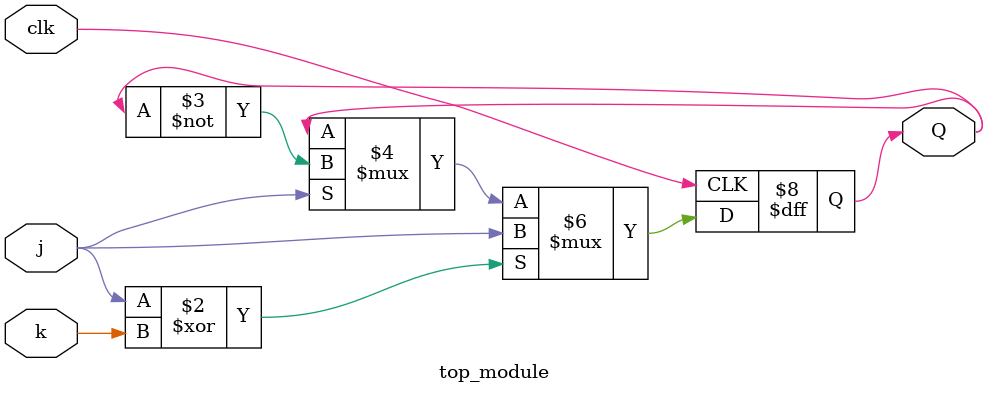
<source format=v>
module top_module (
    input  clk,
    input  j,
    input  k,
    output Q
);

    always @(posedge clk) begin
        if (j ^ k) begin
            Q <= j;
        end else begin
            Q <= j ? ~Q : Q;
        end
    end
    
endmodule

</source>
